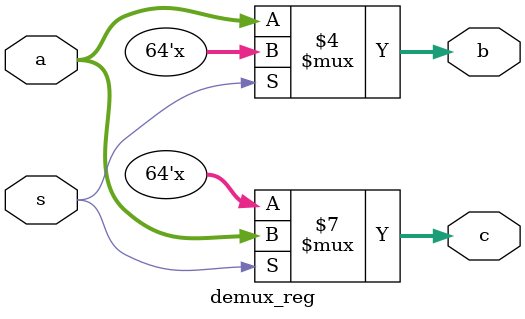
<source format=sv>
module demux_reg #(
    parameter REG_WIDTH =64)(
    input logic [REG_WIDTH-1:0] a,
    input logic s,
    output logic [REG_WIDTH-1:0] b,
    output logic [REG_WIDTH-1:0] c
    );
    
    always@(*) begin
        if(s ==  1'b0) begin
            b = a;
        end else begin
            c = a;
        end
    end
endmodule

</source>
